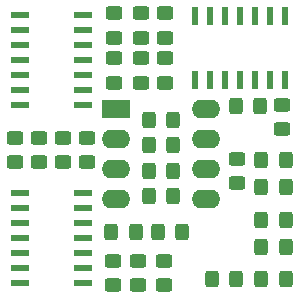
<source format=gbr>
G04 #@! TF.GenerationSoftware,KiCad,Pcbnew,7.0.10*
G04 #@! TF.CreationDate,2024-04-16T19:30:50+12:00*
G04 #@! TF.ProjectId,KiwiEFIvr1815_0.1,4b697769-4546-4497-9672-313831355f30,rev?*
G04 #@! TF.SameCoordinates,Original*
G04 #@! TF.FileFunction,Soldermask,Top*
G04 #@! TF.FilePolarity,Negative*
%FSLAX46Y46*%
G04 Gerber Fmt 4.6, Leading zero omitted, Abs format (unit mm)*
G04 Created by KiCad (PCBNEW 7.0.10) date 2024-04-16 19:30:50*
%MOMM*%
%LPD*%
G01*
G04 APERTURE LIST*
G04 Aperture macros list*
%AMRoundRect*
0 Rectangle with rounded corners*
0 $1 Rounding radius*
0 $2 $3 $4 $5 $6 $7 $8 $9 X,Y pos of 4 corners*
0 Add a 4 corners polygon primitive as box body*
4,1,4,$2,$3,$4,$5,$6,$7,$8,$9,$2,$3,0*
0 Add four circle primitives for the rounded corners*
1,1,$1+$1,$2,$3*
1,1,$1+$1,$4,$5*
1,1,$1+$1,$6,$7*
1,1,$1+$1,$8,$9*
0 Add four rect primitives between the rounded corners*
20,1,$1+$1,$2,$3,$4,$5,0*
20,1,$1+$1,$4,$5,$6,$7,0*
20,1,$1+$1,$6,$7,$8,$9,0*
20,1,$1+$1,$8,$9,$2,$3,0*%
G04 Aperture macros list end*
%ADD10O,2.400000X1.600000*%
%ADD11R,2.400000X1.600000*%
%ADD12RoundRect,0.250000X-0.325000X-0.450000X0.325000X-0.450000X0.325000X0.450000X-0.325000X0.450000X0*%
%ADD13RoundRect,0.250000X0.325000X0.450000X-0.325000X0.450000X-0.325000X-0.450000X0.325000X-0.450000X0*%
%ADD14RoundRect,0.250000X0.450000X-0.325000X0.450000X0.325000X-0.450000X0.325000X-0.450000X-0.325000X0*%
%ADD15R,1.500000X0.600000*%
%ADD16R,0.600000X1.500000*%
%ADD17RoundRect,0.250000X-0.450000X0.325000X-0.450000X-0.325000X0.450000X-0.325000X0.450000X0.325000X0*%
G04 APERTURE END LIST*
D10*
X128140000Y-84020000D03*
X120520000Y-91640000D03*
X128140000Y-86560000D03*
X120520000Y-89100000D03*
X128140000Y-89100000D03*
X120520000Y-86560000D03*
X128140000Y-91640000D03*
D11*
X120520000Y-84020000D03*
D12*
X134883000Y-93472000D03*
X132833000Y-93472000D03*
X134883000Y-88392000D03*
X132833000Y-88392000D03*
D13*
X132833000Y-95758000D03*
X134883000Y-95758000D03*
X132833000Y-90678000D03*
X134883000Y-90678000D03*
D14*
X124714000Y-75937000D03*
X124714000Y-77987000D03*
D15*
X117762000Y-91186000D03*
X117762000Y-92456000D03*
X117762000Y-93726000D03*
X117762000Y-94996000D03*
X117762000Y-96266000D03*
X117762000Y-97536000D03*
X117762000Y-98806000D03*
X112362000Y-98806000D03*
X112362000Y-97536000D03*
X112362000Y-96266000D03*
X112362000Y-94996000D03*
X112362000Y-93726000D03*
X112362000Y-92456000D03*
X112362000Y-91186000D03*
D16*
X134874000Y-81567000D03*
X133604000Y-81567000D03*
X132334000Y-81567000D03*
X131064000Y-81567000D03*
X129794000Y-81567000D03*
X128524000Y-81567000D03*
X127254000Y-81567000D03*
X127254000Y-76167000D03*
X128524000Y-76167000D03*
X129794000Y-76167000D03*
X131064000Y-76167000D03*
X132334000Y-76167000D03*
X133604000Y-76167000D03*
X134874000Y-76167000D03*
D15*
X117762000Y-76073000D03*
X117762000Y-77343000D03*
X117762000Y-78613000D03*
X117762000Y-79883000D03*
X117762000Y-81153000D03*
X117762000Y-82423000D03*
X117762000Y-83693000D03*
X112362000Y-83693000D03*
X112362000Y-82423000D03*
X112362000Y-81153000D03*
X112362000Y-79883000D03*
X112362000Y-78613000D03*
X112362000Y-77343000D03*
X112362000Y-76073000D03*
D13*
X130674000Y-83820000D03*
X132724000Y-83820000D03*
D17*
X124714000Y-81797000D03*
X124714000Y-79747000D03*
X114046000Y-88528000D03*
X114046000Y-86478000D03*
D13*
X123308000Y-84963000D03*
X125358000Y-84963000D03*
D12*
X130692000Y-98425000D03*
X128642000Y-98425000D03*
D17*
X124587000Y-98942000D03*
X124587000Y-96892000D03*
D14*
X118110000Y-86478000D03*
X118110000Y-88528000D03*
D13*
X123308000Y-91440000D03*
X125358000Y-91440000D03*
D14*
X122682000Y-79747000D03*
X122682000Y-81797000D03*
X120396000Y-79747000D03*
X120396000Y-81797000D03*
D17*
X130810000Y-90306000D03*
X130810000Y-88256000D03*
D14*
X122682000Y-75937000D03*
X122682000Y-77987000D03*
D17*
X112014000Y-88528000D03*
X112014000Y-86478000D03*
X120396000Y-77987000D03*
X120396000Y-75937000D03*
D12*
X125358000Y-87122000D03*
X123308000Y-87122000D03*
D17*
X134620000Y-85734000D03*
X134620000Y-83684000D03*
D14*
X122428000Y-96892000D03*
X122428000Y-98942000D03*
X120269000Y-96892000D03*
X120269000Y-98942000D03*
D12*
X134883000Y-98425000D03*
X132833000Y-98425000D03*
D13*
X124070000Y-94488000D03*
X126120000Y-94488000D03*
D14*
X116078000Y-86478000D03*
X116078000Y-88528000D03*
D12*
X122183000Y-94488000D03*
X120133000Y-94488000D03*
X125358000Y-89281000D03*
X123308000Y-89281000D03*
M02*

</source>
